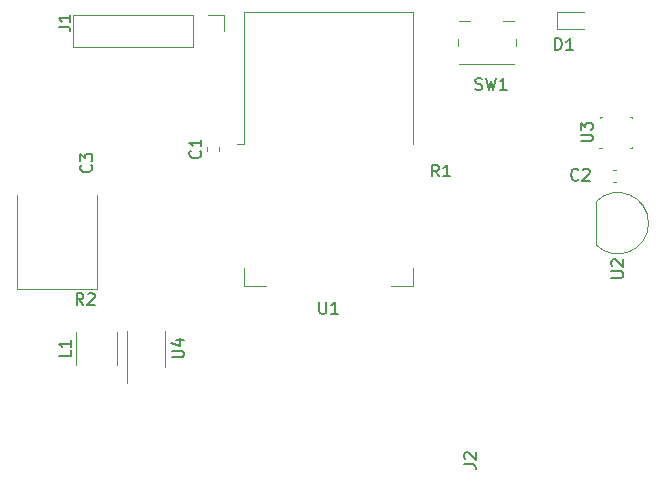
<source format=gbr>
%TF.GenerationSoftware,KiCad,Pcbnew,(5.1.8)-1*%
%TF.CreationDate,2020-12-21T16:49:44+02:00*%
%TF.ProjectId,Thermometer,54686572-6d6f-46d6-9574-65722e6b6963,rev?*%
%TF.SameCoordinates,Original*%
%TF.FileFunction,Legend,Top*%
%TF.FilePolarity,Positive*%
%FSLAX46Y46*%
G04 Gerber Fmt 4.6, Leading zero omitted, Abs format (unit mm)*
G04 Created by KiCad (PCBNEW (5.1.8)-1) date 2020-12-21 16:49:44*
%MOMM*%
%LPD*%
G01*
G04 APERTURE LIST*
%ADD10C,0.120000*%
%ADD11C,0.100000*%
%ADD12C,0.150000*%
G04 APERTURE END LIST*
D10*
%TO.C,C1*%
X50040000Y-141682080D02*
X50040000Y-141400920D01*
X49020000Y-141682080D02*
X49020000Y-141400920D01*
%TO.C,C2*%
X83706580Y-144337500D02*
X83425420Y-144337500D01*
X83706580Y-143317500D02*
X83425420Y-143317500D01*
%TO.C,C3*%
X32912000Y-145434500D02*
X32912000Y-153394500D01*
X32912000Y-153394500D02*
X39732000Y-153394500D01*
X39732000Y-153394500D02*
X39732000Y-145434500D01*
%TO.C,U1*%
X52139000Y-153161500D02*
X52139000Y-151591500D01*
X52139000Y-153161500D02*
X54029000Y-153161500D01*
X64589000Y-153161500D02*
X66479000Y-153161500D01*
X66479000Y-153161500D02*
X66479000Y-151591500D01*
X66479000Y-141081500D02*
X66479000Y-129921500D01*
X66479000Y-129921500D02*
X52139000Y-129921500D01*
X52139000Y-129921500D02*
X52139000Y-141081500D01*
X52139000Y-141081500D02*
X51539000Y-141081500D01*
%TO.C,U2*%
X81970000Y-146028000D02*
X81970000Y-149628000D01*
X81981522Y-145989522D02*
G75*
G02*
X86420000Y-147828000I1838478J-1838478D01*
G01*
X81981522Y-149666478D02*
G75*
G03*
X86420000Y-147828000I1838478J1838478D01*
G01*
D11*
%TO.C,U3*%
X85053000Y-141494500D02*
X85053000Y-141344500D01*
X85043000Y-141494500D02*
X84893000Y-141494500D01*
X85043000Y-138794500D02*
X84893000Y-138794500D01*
X85043000Y-138794500D02*
X85043000Y-138944500D01*
X82343000Y-138944500D02*
X82343000Y-138794500D01*
X82343000Y-138794500D02*
X82493000Y-138794500D01*
X82493000Y-141494500D02*
X82243000Y-141494500D01*
D10*
%TO.C,U4*%
X45511000Y-158487000D02*
X45511000Y-156987000D01*
X45511000Y-158487000D02*
X45511000Y-159987000D01*
X42291000Y-158487000D02*
X42291000Y-156987000D01*
X42291000Y-158487000D02*
X42291000Y-161362000D01*
%TO.C,D1*%
X80937000Y-129948000D02*
X78652000Y-129948000D01*
X78652000Y-129948000D02*
X78652000Y-131418000D01*
X78652000Y-131418000D02*
X80937000Y-131418000D01*
%TO.C,J1*%
X37659000Y-130242000D02*
X37659000Y-132902000D01*
X47879000Y-130242000D02*
X37659000Y-130242000D01*
X47879000Y-132902000D02*
X37659000Y-132902000D01*
X47879000Y-130242000D02*
X47879000Y-132902000D01*
X49149000Y-130242000D02*
X50479000Y-130242000D01*
X50479000Y-130242000D02*
X50479000Y-131572000D01*
%TO.C,L1*%
X37977500Y-159818752D02*
X37977500Y-157046248D01*
X41397500Y-159818752D02*
X41397500Y-157046248D01*
%TO.C,SW1*%
X71282500Y-130674500D02*
X70357500Y-130674500D01*
X75157500Y-132799500D02*
X75157500Y-132249500D01*
X70257500Y-132799500D02*
X70257500Y-132249500D01*
X75057500Y-134374500D02*
X70357500Y-134374500D01*
X75057500Y-130674500D02*
X74132500Y-130674500D01*
%TO.C,C1*%
D12*
X48457142Y-141708166D02*
X48504761Y-141755785D01*
X48552380Y-141898642D01*
X48552380Y-141993880D01*
X48504761Y-142136738D01*
X48409523Y-142231976D01*
X48314285Y-142279595D01*
X48123809Y-142327214D01*
X47980952Y-142327214D01*
X47790476Y-142279595D01*
X47695238Y-142231976D01*
X47600000Y-142136738D01*
X47552380Y-141993880D01*
X47552380Y-141898642D01*
X47600000Y-141755785D01*
X47647619Y-141708166D01*
X48552380Y-140755785D02*
X48552380Y-141327214D01*
X48552380Y-141041500D02*
X47552380Y-141041500D01*
X47695238Y-141136738D01*
X47790476Y-141231976D01*
X47838095Y-141327214D01*
%TO.C,C2*%
X80478333Y-144121142D02*
X80430714Y-144168761D01*
X80287857Y-144216380D01*
X80192619Y-144216380D01*
X80049761Y-144168761D01*
X79954523Y-144073523D01*
X79906904Y-143978285D01*
X79859285Y-143787809D01*
X79859285Y-143644952D01*
X79906904Y-143454476D01*
X79954523Y-143359238D01*
X80049761Y-143264000D01*
X80192619Y-143216380D01*
X80287857Y-143216380D01*
X80430714Y-143264000D01*
X80478333Y-143311619D01*
X80859285Y-143311619D02*
X80906904Y-143264000D01*
X81002142Y-143216380D01*
X81240238Y-143216380D01*
X81335476Y-143264000D01*
X81383095Y-143311619D01*
X81430714Y-143406857D01*
X81430714Y-143502095D01*
X81383095Y-143644952D01*
X80811666Y-144216380D01*
X81430714Y-144216380D01*
%TO.C,C3*%
X39219142Y-142914666D02*
X39266761Y-142962285D01*
X39314380Y-143105142D01*
X39314380Y-143200380D01*
X39266761Y-143343238D01*
X39171523Y-143438476D01*
X39076285Y-143486095D01*
X38885809Y-143533714D01*
X38742952Y-143533714D01*
X38552476Y-143486095D01*
X38457238Y-143438476D01*
X38362000Y-143343238D01*
X38314380Y-143200380D01*
X38314380Y-143105142D01*
X38362000Y-142962285D01*
X38409619Y-142914666D01*
X38314380Y-142581333D02*
X38314380Y-141962285D01*
X38695333Y-142295619D01*
X38695333Y-142152761D01*
X38742952Y-142057523D01*
X38790571Y-142009904D01*
X38885809Y-141962285D01*
X39123904Y-141962285D01*
X39219142Y-142009904D01*
X39266761Y-142057523D01*
X39314380Y-142152761D01*
X39314380Y-142438476D01*
X39266761Y-142533714D01*
X39219142Y-142581333D01*
%TO.C,R1*%
X68669833Y-143864880D02*
X68336500Y-143388690D01*
X68098404Y-143864880D02*
X68098404Y-142864880D01*
X68479357Y-142864880D01*
X68574595Y-142912500D01*
X68622214Y-142960119D01*
X68669833Y-143055357D01*
X68669833Y-143198214D01*
X68622214Y-143293452D01*
X68574595Y-143341071D01*
X68479357Y-143388690D01*
X68098404Y-143388690D01*
X69622214Y-143864880D02*
X69050785Y-143864880D01*
X69336500Y-143864880D02*
X69336500Y-142864880D01*
X69241261Y-143007738D01*
X69146023Y-143102976D01*
X69050785Y-143150595D01*
%TO.C,R2*%
X38568333Y-154757380D02*
X38235000Y-154281190D01*
X37996904Y-154757380D02*
X37996904Y-153757380D01*
X38377857Y-153757380D01*
X38473095Y-153805000D01*
X38520714Y-153852619D01*
X38568333Y-153947857D01*
X38568333Y-154090714D01*
X38520714Y-154185952D01*
X38473095Y-154233571D01*
X38377857Y-154281190D01*
X37996904Y-154281190D01*
X38949285Y-153852619D02*
X38996904Y-153805000D01*
X39092142Y-153757380D01*
X39330238Y-153757380D01*
X39425476Y-153805000D01*
X39473095Y-153852619D01*
X39520714Y-153947857D01*
X39520714Y-154043095D01*
X39473095Y-154185952D01*
X38901666Y-154757380D01*
X39520714Y-154757380D01*
%TO.C,U1*%
X58547095Y-154493880D02*
X58547095Y-155303404D01*
X58594714Y-155398642D01*
X58642333Y-155446261D01*
X58737571Y-155493880D01*
X58928047Y-155493880D01*
X59023285Y-155446261D01*
X59070904Y-155398642D01*
X59118523Y-155303404D01*
X59118523Y-154493880D01*
X60118523Y-155493880D02*
X59547095Y-155493880D01*
X59832809Y-155493880D02*
X59832809Y-154493880D01*
X59737571Y-154636738D01*
X59642333Y-154731976D01*
X59547095Y-154779595D01*
%TO.C,U2*%
X83272380Y-152463404D02*
X84081904Y-152463404D01*
X84177142Y-152415785D01*
X84224761Y-152368166D01*
X84272380Y-152272928D01*
X84272380Y-152082452D01*
X84224761Y-151987214D01*
X84177142Y-151939595D01*
X84081904Y-151891976D01*
X83272380Y-151891976D01*
X83367619Y-151463404D02*
X83320000Y-151415785D01*
X83272380Y-151320547D01*
X83272380Y-151082452D01*
X83320000Y-150987214D01*
X83367619Y-150939595D01*
X83462857Y-150891976D01*
X83558095Y-150891976D01*
X83700952Y-150939595D01*
X84272380Y-151511023D01*
X84272380Y-150891976D01*
%TO.C,U3*%
X80680380Y-140891404D02*
X81489904Y-140891404D01*
X81585142Y-140843785D01*
X81632761Y-140796166D01*
X81680380Y-140700928D01*
X81680380Y-140510452D01*
X81632761Y-140415214D01*
X81585142Y-140367595D01*
X81489904Y-140319976D01*
X80680380Y-140319976D01*
X80680380Y-139939023D02*
X80680380Y-139319976D01*
X81061333Y-139653309D01*
X81061333Y-139510452D01*
X81108952Y-139415214D01*
X81156571Y-139367595D01*
X81251809Y-139319976D01*
X81489904Y-139319976D01*
X81585142Y-139367595D01*
X81632761Y-139415214D01*
X81680380Y-139510452D01*
X81680380Y-139796166D01*
X81632761Y-139891404D01*
X81585142Y-139939023D01*
%TO.C,U4*%
X46061380Y-159194404D02*
X46870904Y-159194404D01*
X46966142Y-159146785D01*
X47013761Y-159099166D01*
X47061380Y-159003928D01*
X47061380Y-158813452D01*
X47013761Y-158718214D01*
X46966142Y-158670595D01*
X46870904Y-158622976D01*
X46061380Y-158622976D01*
X46394714Y-157718214D02*
X47061380Y-157718214D01*
X46013761Y-157956309D02*
X46728047Y-158194404D01*
X46728047Y-157575357D01*
%TO.C,D1*%
X78509904Y-133167380D02*
X78509904Y-132167380D01*
X78748000Y-132167380D01*
X78890857Y-132215000D01*
X78986095Y-132310238D01*
X79033714Y-132405476D01*
X79081333Y-132595952D01*
X79081333Y-132738809D01*
X79033714Y-132929285D01*
X78986095Y-133024523D01*
X78890857Y-133119761D01*
X78748000Y-133167380D01*
X78509904Y-133167380D01*
X80033714Y-133167380D02*
X79462285Y-133167380D01*
X79748000Y-133167380D02*
X79748000Y-132167380D01*
X79652761Y-132310238D01*
X79557523Y-132405476D01*
X79462285Y-132453095D01*
%TO.C,J1*%
X36472880Y-131206833D02*
X37187166Y-131206833D01*
X37330023Y-131254452D01*
X37425261Y-131349690D01*
X37472880Y-131492547D01*
X37472880Y-131587785D01*
X37472880Y-130206833D02*
X37472880Y-130778261D01*
X37472880Y-130492547D02*
X36472880Y-130492547D01*
X36615738Y-130587785D01*
X36710976Y-130683023D01*
X36758595Y-130778261D01*
%TO.C,J2*%
X70802380Y-168227333D02*
X71516666Y-168227333D01*
X71659523Y-168274952D01*
X71754761Y-168370190D01*
X71802380Y-168513047D01*
X71802380Y-168608285D01*
X70897619Y-167798761D02*
X70850000Y-167751142D01*
X70802380Y-167655904D01*
X70802380Y-167417809D01*
X70850000Y-167322571D01*
X70897619Y-167274952D01*
X70992857Y-167227333D01*
X71088095Y-167227333D01*
X71230952Y-167274952D01*
X71802380Y-167846380D01*
X71802380Y-167227333D01*
%TO.C,L1*%
X37489880Y-158599166D02*
X37489880Y-159075357D01*
X36489880Y-159075357D01*
X37489880Y-157742023D02*
X37489880Y-158313452D01*
X37489880Y-158027738D02*
X36489880Y-158027738D01*
X36632738Y-158122976D01*
X36727976Y-158218214D01*
X36775595Y-158313452D01*
%TO.C,SW1*%
X71755166Y-136485261D02*
X71898023Y-136532880D01*
X72136119Y-136532880D01*
X72231357Y-136485261D01*
X72278976Y-136437642D01*
X72326595Y-136342404D01*
X72326595Y-136247166D01*
X72278976Y-136151928D01*
X72231357Y-136104309D01*
X72136119Y-136056690D01*
X71945642Y-136009071D01*
X71850404Y-135961452D01*
X71802785Y-135913833D01*
X71755166Y-135818595D01*
X71755166Y-135723357D01*
X71802785Y-135628119D01*
X71850404Y-135580500D01*
X71945642Y-135532880D01*
X72183738Y-135532880D01*
X72326595Y-135580500D01*
X72659928Y-135532880D02*
X72898023Y-136532880D01*
X73088500Y-135818595D01*
X73278976Y-136532880D01*
X73517071Y-135532880D01*
X74421833Y-136532880D02*
X73850404Y-136532880D01*
X74136119Y-136532880D02*
X74136119Y-135532880D01*
X74040880Y-135675738D01*
X73945642Y-135770976D01*
X73850404Y-135818595D01*
%TD*%
M02*

</source>
